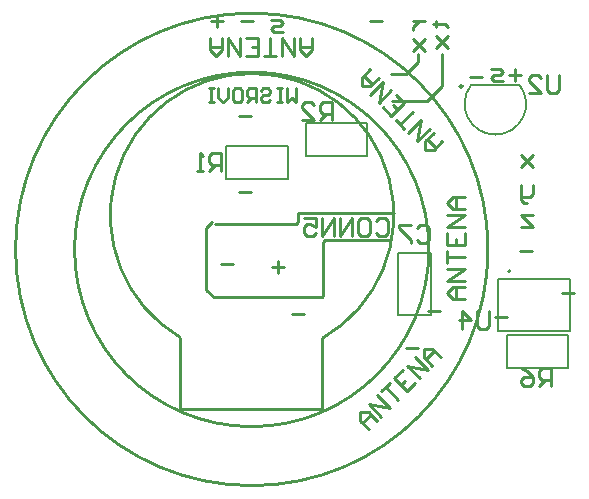
<source format=gbo>
G04 Layer_Color=32896*
%FSLAX24Y24*%
%MOIN*%
G70*
G01*
G75*
%ADD16C,0.0100*%
%ADD30C,0.0098*%
%ADD31C,0.0079*%
%ADD51C,0.0050*%
D16*
X7921Y4550D02*
G03*
X7921Y4550I-5906J0D01*
G01*
X9890D02*
G03*
X9890Y4550I-7874J0D01*
G01*
X4388Y1599D02*
G03*
X-380Y1625I-2362J4092D01*
G01*
X-366Y-762D02*
Y1600D01*
Y-762D02*
X4359D01*
Y1600D01*
X800Y5400D02*
X3500D01*
X3550Y5450D01*
Y5738D01*
X3562Y5750D01*
X6750D01*
X4452Y4850D02*
X6650D01*
X4400Y4798D02*
X4452Y4850D01*
X4400Y3000D02*
Y4798D01*
X4350Y2950D02*
X4400Y3000D01*
X750Y2950D02*
X4350D01*
X500Y3200D02*
X750Y2950D01*
X500Y3200D02*
Y5250D01*
X700Y5450D01*
X6650Y10400D02*
X7150D01*
X7550Y10800D01*
Y11050D01*
X6700Y9500D02*
X7850D01*
X8350Y10000D01*
Y11050D01*
X12250Y10350D02*
Y9850D01*
X12150Y9750D01*
X11950D01*
X11850Y9850D01*
Y10350D01*
X11250Y9750D02*
X11650D01*
X11250Y10150D01*
Y10250D01*
X11350Y10350D01*
X11550D01*
X11650Y10250D01*
X1000Y7150D02*
Y7750D01*
X700D01*
X600Y7650D01*
Y7450D01*
X700Y7350D01*
X1000D01*
X800D02*
X600Y7150D01*
X400D02*
X200D01*
X300D01*
Y7750D01*
X400Y7650D01*
X4700Y8850D02*
Y9450D01*
X4400D01*
X4300Y9350D01*
Y9150D01*
X4400Y9050D01*
X4700D01*
X4500D02*
X4300Y8850D01*
X3700D02*
X4100D01*
X3700Y9250D01*
Y9350D01*
X3800Y9450D01*
X4000D01*
X4100Y9350D01*
X11984Y0D02*
Y600D01*
X11684D01*
X11584Y500D01*
Y300D01*
X11684Y200D01*
X11984D01*
X11784D02*
X11584Y0D01*
X10985Y600D02*
X11185Y500D01*
X11384Y300D01*
Y100D01*
X11284Y0D01*
X11085D01*
X10985Y100D01*
Y200D01*
X11085Y300D01*
X11384D01*
X9934Y2500D02*
Y2000D01*
X9834Y1900D01*
X9634D01*
X9534Y2000D01*
Y2500D01*
X9035Y1900D02*
Y2500D01*
X9334Y2200D01*
X8935D01*
X6150Y5500D02*
X6250Y5600D01*
X6450D01*
X6550Y5500D01*
Y5100D01*
X6450Y5000D01*
X6250D01*
X6150Y5100D01*
X5650Y5600D02*
X5850D01*
X5950Y5500D01*
Y5100D01*
X5850Y5000D01*
X5650D01*
X5550Y5100D01*
Y5500D01*
X5650Y5600D01*
X5350Y5000D02*
Y5600D01*
X4951Y5000D01*
Y5600D01*
X4751Y5000D02*
Y5600D01*
X4351Y5000D01*
Y5600D01*
X3751D02*
X4151D01*
Y5300D01*
X3951Y5400D01*
X3851D01*
X3751Y5300D01*
Y5100D01*
X3851Y5000D01*
X4051D01*
X4151Y5100D01*
X7526Y5260D02*
X7626Y5360D01*
X7826D01*
X7926Y5260D01*
Y4860D01*
X7826Y4760D01*
X7626D01*
X7526Y4860D01*
X7326Y5360D02*
X6926D01*
Y5260D01*
X7326Y4860D01*
Y4760D01*
X5916Y-1450D02*
X5633Y-1167D01*
Y-884D01*
X5916Y-884D01*
X6198Y-1167D01*
X5986Y-955D01*
X5704Y-1238D01*
X6340Y-1026D02*
X5916Y-602D01*
X6623Y-743D01*
X6198Y-319D01*
X6340Y-178D02*
X6623Y105D01*
X6481Y-36D01*
X6905Y-460D01*
X7047Y529D02*
X6764Y247D01*
X7188Y-178D01*
X7471Y105D01*
X6976Y34D02*
X7117Y176D01*
X7612Y247D02*
X7188Y671D01*
X7895Y529D01*
X7471Y953D01*
X8036Y671D02*
X7754Y953D01*
Y1236D01*
X8036D01*
X8319Y953D01*
X8107Y1165D01*
X7824Y883D01*
X8366Y8150D02*
X8083Y7867D01*
X7800D01*
X7800Y8150D01*
X8083Y8433D01*
X7871Y8221D01*
X8154Y7938D01*
X7942Y8574D02*
X7517Y8150D01*
X7659Y8857D01*
X7235Y8433D01*
X7093Y8574D02*
X6811Y8857D01*
X6952Y8716D01*
X7376Y9140D01*
X6386Y9281D02*
X6669Y8998D01*
X7093Y9422D01*
X6811Y9705D01*
X6881Y9210D02*
X6740Y9352D01*
X6669Y9847D02*
X6245Y9422D01*
X6386Y10129D01*
X5962Y9705D01*
X6245Y10271D02*
X5962Y9988D01*
X5680D01*
Y10271D01*
X5962Y10553D01*
X5750Y10341D01*
X6033Y10059D01*
X9116Y2900D02*
X8716D01*
X8516Y3100D01*
X8716Y3300D01*
X9116D01*
X8816D01*
Y2900D01*
X9116Y3500D02*
X8516D01*
X9116Y3900D01*
X8516D01*
Y4100D02*
Y4499D01*
Y4300D01*
X9116D01*
X8516Y5099D02*
Y4699D01*
X9116D01*
Y5099D01*
X8816Y4699D02*
Y4899D01*
X9116Y5299D02*
X8516D01*
X9116Y5699D01*
X8516D01*
X9116Y5899D02*
X8716D01*
X8516Y6099D01*
X8716Y6299D01*
X9116D01*
X8816D01*
Y5899D01*
X4016Y11600D02*
Y11200D01*
X3816Y11000D01*
X3616Y11200D01*
Y11600D01*
Y11300D01*
X4016D01*
X3416Y11600D02*
Y11000D01*
X3016Y11600D01*
Y11000D01*
X2816D02*
X2416D01*
X2616D01*
Y11600D01*
X1816Y11000D02*
X2216D01*
Y11600D01*
X1816D01*
X2216Y11300D02*
X2016D01*
X1617Y11600D02*
Y11000D01*
X1217Y11600D01*
Y11000D01*
X1017Y11600D02*
Y11200D01*
X817Y11000D01*
X617Y11200D01*
Y11600D01*
Y11300D01*
X1017D01*
X9700Y10300D02*
X9300D01*
X11000Y10350D02*
X10600D01*
X10800Y10150D02*
Y10550D01*
X11350Y4500D02*
X10950D01*
X10000Y10550D02*
X10300D01*
X10400Y10450D01*
X10300Y10350D01*
X10100D01*
X10000Y10250D01*
X10100Y10150D01*
X10400D01*
X11000Y5300D02*
X11400D01*
X11000Y5700D01*
X11400D01*
X11400Y6700D02*
Y6400D01*
X11300Y6300D01*
X11000D01*
Y6200D01*
X11100Y6100D01*
X11200D01*
X11000Y6300D02*
Y6700D01*
X11000Y7700D02*
X11400Y7300D01*
X11200Y7500D01*
X11400Y7700D01*
X11000Y7300D01*
X12350Y3100D02*
X12750D01*
X10124Y2300D02*
X10524D01*
X7150Y1250D02*
X7550D01*
X1600Y6450D02*
X2000D01*
X1600Y9000D02*
X2000D01*
X7900Y2500D02*
X8300D01*
X1000Y4050D02*
X1400D01*
X2700Y3950D02*
X3100D01*
X2900Y4150D02*
Y3750D01*
X3350Y2400D02*
X3750D01*
X1650Y12150D02*
X2050D01*
X650Y12150D02*
X1050D01*
X850Y12350D02*
Y11950D01*
X3050Y11800D02*
X2750D01*
X2650Y11900D01*
X2750Y12000D01*
X2950D01*
X3050Y12100D01*
X2950Y12200D01*
X2650D01*
X7400Y12150D02*
X7800D01*
X7600D01*
X7500Y12050D01*
X7400Y11950D01*
Y11850D01*
Y11550D02*
X7800Y11150D01*
X7600Y11350D01*
X7400Y11150D01*
X7800Y11550D01*
X8050Y12050D02*
X8150D01*
Y12150D01*
Y11950D01*
Y12050D01*
X8450D01*
X8550Y11950D01*
X8150Y11650D02*
X8550Y11250D01*
X8350Y11450D01*
X8150Y11250D01*
X8550Y11650D01*
X6350Y12150D02*
X5950D01*
X3500Y9922D02*
Y9450D01*
X3343Y9607D01*
X3185Y9450D01*
Y9922D01*
X3028D02*
X2870D01*
X2949D01*
Y9450D01*
X3028D01*
X2870D01*
X2319Y9844D02*
X2398Y9922D01*
X2555D01*
X2634Y9844D01*
Y9765D01*
X2555Y9686D01*
X2398D01*
X2319Y9607D01*
Y9529D01*
X2398Y9450D01*
X2555D01*
X2634Y9529D01*
X2162Y9450D02*
Y9922D01*
X1926D01*
X1847Y9844D01*
Y9686D01*
X1926Y9607D01*
X2162D01*
X2004D02*
X1847Y9450D01*
X1453Y9922D02*
X1611D01*
X1690Y9844D01*
Y9529D01*
X1611Y9450D01*
X1453D01*
X1375Y9529D01*
Y9844D01*
X1453Y9922D01*
X1217D02*
Y9607D01*
X1060Y9450D01*
X902Y9607D01*
Y9922D01*
X745D02*
X588D01*
X666D01*
Y9450D01*
X745D01*
X588D01*
D30*
X9042Y9983D02*
G03*
X9042Y9983I-49J0D01*
G01*
D31*
X9328Y10030D02*
G03*
X10941Y10030I807J-630D01*
G01*
X10633Y3824D02*
G03*
X10633Y3824I-39J0D01*
G01*
X11022Y599D02*
X11180D01*
X10511D02*
X11022D01*
X11731D02*
X12558D01*
Y1229D02*
Y1701D01*
X10511D02*
X12558D01*
X10511Y599D02*
Y1701D01*
X11180Y599D02*
X11731D01*
X12558D02*
Y1229D01*
X9328Y10030D02*
X10941D01*
X4322Y7649D02*
X4480D01*
X3811D02*
X4322D01*
X5031D02*
X5858D01*
Y8279D02*
Y8751D01*
X3811D02*
X5858D01*
X3811Y7649D02*
Y8751D01*
X4480Y7649D02*
X5031D01*
X5858D02*
Y8279D01*
X2539Y8001D02*
X2696D01*
X3208D01*
X1161D02*
X1987Y8001D01*
X1161Y6899D02*
Y7371D01*
Y6899D02*
X3208D01*
Y8001D01*
X1987Y8001D02*
X2539Y8001D01*
X1161Y7371D02*
Y8001D01*
X6883Y2376D02*
X7513D01*
X6883Y3203D02*
Y3754D01*
Y4424D02*
X7985D01*
Y2376D02*
Y4424D01*
X7513Y2376D02*
X7985D01*
X6883D02*
Y3203D01*
Y3912D02*
Y4424D01*
Y3754D02*
Y3912D01*
D51*
X10223Y3575D02*
X12624D01*
X10223Y1846D02*
Y3575D01*
Y1846D02*
X12624D01*
Y3575D01*
M02*

</source>
